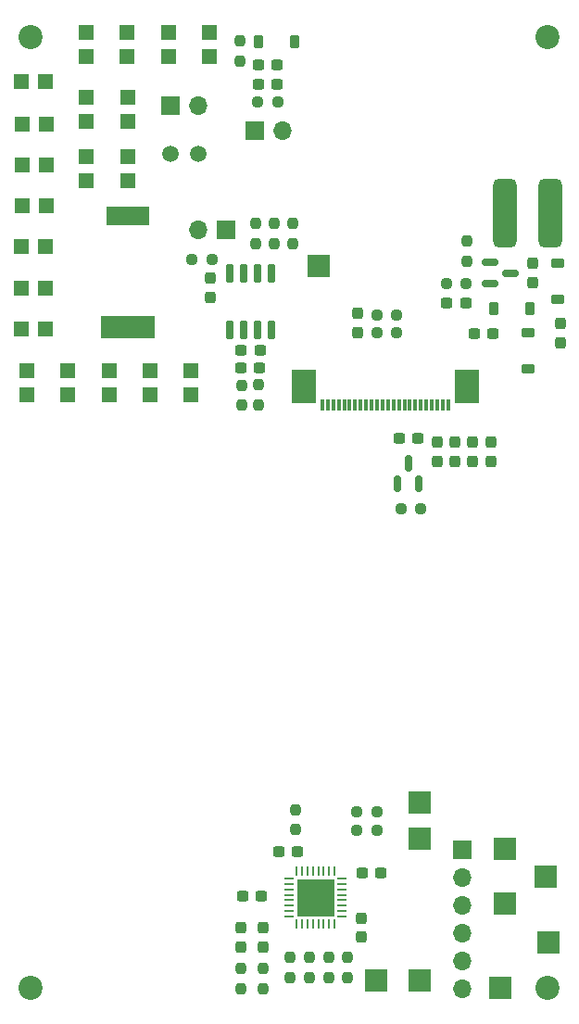
<source format=gbr>
%TF.GenerationSoftware,KiCad,Pcbnew,8.0.2*%
%TF.CreationDate,2025-02-23T19:39:25-05:00*%
%TF.ProjectId,Ecardz-Proto,45636172-647a-42d5-9072-6f746f2e6b69,rev?*%
%TF.SameCoordinates,Original*%
%TF.FileFunction,Soldermask,Top*%
%TF.FilePolarity,Negative*%
%FSLAX46Y46*%
G04 Gerber Fmt 4.6, Leading zero omitted, Abs format (unit mm)*
G04 Created by KiCad (PCBNEW 8.0.2) date 2025-02-23 19:39:25*
%MOMM*%
%LPD*%
G01*
G04 APERTURE LIST*
G04 Aperture macros list*
%AMRoundRect*
0 Rectangle with rounded corners*
0 $1 Rounding radius*
0 $2 $3 $4 $5 $6 $7 $8 $9 X,Y pos of 4 corners*
0 Add a 4 corners polygon primitive as box body*
4,1,4,$2,$3,$4,$5,$6,$7,$8,$9,$2,$3,0*
0 Add four circle primitives for the rounded corners*
1,1,$1+$1,$2,$3*
1,1,$1+$1,$4,$5*
1,1,$1+$1,$6,$7*
1,1,$1+$1,$8,$9*
0 Add four rect primitives between the rounded corners*
20,1,$1+$1,$2,$3,$4,$5,0*
20,1,$1+$1,$4,$5,$6,$7,0*
20,1,$1+$1,$6,$7,$8,$9,0*
20,1,$1+$1,$8,$9,$2,$3,0*%
G04 Aperture macros list end*
%ADD10RoundRect,0.237500X0.237500X-0.250000X0.237500X0.250000X-0.237500X0.250000X-0.237500X-0.250000X0*%
%ADD11RoundRect,0.237500X0.250000X0.237500X-0.250000X0.237500X-0.250000X-0.237500X0.250000X-0.237500X0*%
%ADD12R,5.000000X2.000000*%
%ADD13R,4.000000X1.700000*%
%ADD14RoundRect,0.225000X0.225000X0.375000X-0.225000X0.375000X-0.225000X-0.375000X0.225000X-0.375000X0*%
%ADD15C,2.200000*%
%ADD16R,1.700000X1.700000*%
%ADD17O,1.700000X1.700000*%
%ADD18RoundRect,0.237500X-0.300000X-0.237500X0.300000X-0.237500X0.300000X0.237500X-0.300000X0.237500X0*%
%ADD19R,1.400000X1.400000*%
%ADD20RoundRect,0.225000X0.375000X-0.225000X0.375000X0.225000X-0.375000X0.225000X-0.375000X-0.225000X0*%
%ADD21RoundRect,0.237500X-0.237500X0.300000X-0.237500X-0.300000X0.237500X-0.300000X0.237500X0.300000X0*%
%ADD22RoundRect,0.237500X-0.250000X-0.237500X0.250000X-0.237500X0.250000X0.237500X-0.250000X0.237500X0*%
%ADD23R,2.000000X2.000000*%
%ADD24RoundRect,0.237500X0.300000X0.237500X-0.300000X0.237500X-0.300000X-0.237500X0.300000X-0.237500X0*%
%ADD25RoundRect,0.237500X0.237500X-0.300000X0.237500X0.300000X-0.237500X0.300000X-0.237500X-0.300000X0*%
%ADD26RoundRect,0.150000X0.150000X-0.587500X0.150000X0.587500X-0.150000X0.587500X-0.150000X-0.587500X0*%
%ADD27RoundRect,0.150000X-0.587500X-0.150000X0.587500X-0.150000X0.587500X0.150000X-0.587500X0.150000X0*%
%ADD28RoundRect,0.237500X-0.237500X0.250000X-0.237500X-0.250000X0.237500X-0.250000X0.237500X0.250000X0*%
%ADD29RoundRect,0.225000X-0.225000X-0.375000X0.225000X-0.375000X0.225000X0.375000X-0.225000X0.375000X0*%
%ADD30RoundRect,0.237500X0.237500X-0.287500X0.237500X0.287500X-0.237500X0.287500X-0.237500X-0.287500X0*%
%ADD31RoundRect,0.062500X-0.375000X-0.062500X0.375000X-0.062500X0.375000X0.062500X-0.375000X0.062500X0*%
%ADD32RoundRect,0.062500X-0.062500X-0.375000X0.062500X-0.375000X0.062500X0.375000X-0.062500X0.375000X0*%
%ADD33R,3.450000X3.450000*%
%ADD34RoundRect,0.150000X0.150000X-0.725000X0.150000X0.725000X-0.150000X0.725000X-0.150000X-0.725000X0*%
%ADD35C,1.500000*%
%ADD36RoundRect,0.537500X0.537500X2.612500X-0.537500X2.612500X-0.537500X-2.612500X0.537500X-2.612500X0*%
%ADD37R,0.300000X1.100000*%
%ADD38R,2.300000X3.100000*%
G04 APERTURE END LIST*
D10*
%TO.C,R8*%
X453878478Y-69394022D03*
X453878478Y-67569022D03*
%TD*%
%TO.C,R4*%
X470041522Y-3940978D03*
X470041522Y-2115978D03*
%TD*%
D11*
%TO.C,R10*%
X452735000Y10640000D03*
X450910000Y10640000D03*
%TD*%
D12*
%TO.C,C8*%
X438987500Y-9941961D03*
D13*
X438987500Y208039D03*
%TD*%
D10*
%TO.C,R12*%
X454378478Y-55894022D03*
X454378478Y-54069022D03*
%TD*%
D14*
%TO.C,D3*%
X475791522Y-8278478D03*
X472491522Y-8278478D03*
%TD*%
D15*
%TO.C,H1*%
X477400000Y-70310000D03*
%TD*%
D16*
%TO.C,J5*%
X447975000Y-1100000D03*
D17*
X445435000Y-1100000D03*
%TD*%
D18*
%TO.C,C5*%
X463837500Y-20100000D03*
X465562500Y-20100000D03*
%TD*%
D19*
%TO.C,C27*%
X437332500Y-13930000D03*
X437332500Y-16130000D03*
%TD*%
D20*
%TO.C,D2*%
X475641522Y-13778478D03*
X475641522Y-10478478D03*
%TD*%
D21*
%TO.C,C11*%
X478541522Y-9665978D03*
X478541522Y-11390978D03*
%TD*%
D22*
%TO.C,R21*%
X444887500Y-3800000D03*
X446712500Y-3800000D03*
%TD*%
D19*
%TO.C,C24*%
X442710000Y14750000D03*
X442710000Y16950000D03*
%TD*%
D21*
%TO.C,C2*%
X470500000Y-20500000D03*
X470500000Y-22225000D03*
%TD*%
D10*
%TO.C,R19*%
X449470000Y-17092500D03*
X449470000Y-15267500D03*
%TD*%
D23*
%TO.C,TP5*%
X473450000Y-57670000D03*
%TD*%
D19*
%TO.C,C26*%
X439000000Y11060000D03*
X439000000Y8860000D03*
%TD*%
D24*
%TO.C,C19*%
X462140978Y-59831522D03*
X460415978Y-59831522D03*
%TD*%
D16*
%TO.C,J1*%
X442890000Y10250000D03*
D17*
X445430000Y10250000D03*
%TD*%
D10*
%TO.C,R16*%
X457378478Y-69394022D03*
X457378478Y-67569022D03*
%TD*%
D19*
%TO.C,C31*%
X441032500Y-13930000D03*
X441032500Y-16130000D03*
%TD*%
%TO.C,C25*%
X429832500Y-13930000D03*
X429832500Y-16130000D03*
%TD*%
%TO.C,C23*%
X431572500Y1090000D03*
X429372500Y1090000D03*
%TD*%
D15*
%TO.C,H4*%
X430100000Y16539939D03*
%TD*%
D11*
%TO.C,R9*%
X465812500Y-26537500D03*
X463987500Y-26537500D03*
%TD*%
D19*
%TO.C,C23*%
X431522500Y-10140000D03*
X429322500Y-10140000D03*
%TD*%
D18*
%TO.C,C12*%
X450947500Y12240000D03*
X452672500Y12240000D03*
%TD*%
D19*
%TO.C,C30*%
X435210000Y11050000D03*
X435210000Y8850000D03*
%TD*%
D11*
%TO.C,R3*%
X463612500Y-8900000D03*
X461787500Y-8900000D03*
%TD*%
D23*
%TO.C,TP6*%
X473100000Y-70370000D03*
%TD*%
D15*
%TO.C,H3*%
X430100000Y-70310000D03*
%TD*%
D10*
%TO.C,R7*%
X455628478Y-69394022D03*
X455628478Y-67569022D03*
%TD*%
D25*
%TO.C,C9*%
X460000000Y-10462500D03*
X460000000Y-8737500D03*
%TD*%
D16*
%TO.C,J4*%
X450610000Y7940000D03*
D17*
X453150000Y7940000D03*
%TD*%
D24*
%TO.C,C21*%
X451092500Y-12120000D03*
X449367500Y-12120000D03*
%TD*%
D26*
%TO.C,Q2*%
X463700000Y-24300000D03*
X465600000Y-24300000D03*
X464650000Y-22425000D03*
%TD*%
D19*
%TO.C,C30*%
X431522500Y-2640000D03*
X429322500Y-2640000D03*
%TD*%
D11*
%TO.C,R2*%
X463600000Y-10500000D03*
X461775000Y-10500000D03*
%TD*%
D19*
%TO.C,C29*%
X446510000Y14790000D03*
X446510000Y16990000D03*
%TD*%
D27*
%TO.C,Q1*%
X472104022Y-4078478D03*
X472104022Y-5978478D03*
X473979022Y-5028478D03*
%TD*%
D24*
%TO.C,C20*%
X451057500Y-13705000D03*
X449332500Y-13705000D03*
%TD*%
D19*
%TO.C,C30*%
X431572500Y8590000D03*
X429372500Y8590000D03*
%TD*%
D28*
%TO.C,R20*%
X450700000Y-487500D03*
X450700000Y-2312500D03*
%TD*%
D21*
%TO.C,C13*%
X476041522Y-4165978D03*
X476041522Y-5890978D03*
%TD*%
D23*
%TO.C,TP11*%
X465690000Y-53420000D03*
%TD*%
D21*
%TO.C,C1*%
X472175000Y-20500000D03*
X472175000Y-22225000D03*
%TD*%
D15*
%TO.C,H2*%
X477400000Y16490000D03*
%TD*%
D28*
%TO.C,R13*%
X449378478Y-68569022D03*
X449378478Y-70394022D03*
%TD*%
D29*
%TO.C,D4*%
X450960000Y16140000D03*
X454260000Y16140000D03*
%TD*%
D21*
%TO.C,C6*%
X468925000Y-20500000D03*
X468925000Y-22225000D03*
%TD*%
D30*
%TO.C,D5*%
X451378478Y-66606522D03*
X451378478Y-64856522D03*
%TD*%
D18*
%TO.C,C10*%
X450947500Y13990000D03*
X452672500Y13990000D03*
%TD*%
D19*
%TO.C,C30*%
X435220000Y5640000D03*
X435220000Y3440000D03*
%TD*%
D22*
%TO.C,R15*%
X459965978Y-55981522D03*
X461790978Y-55981522D03*
%TD*%
D28*
%TO.C,R5*%
X452400000Y-487500D03*
X452400000Y-2312500D03*
%TD*%
D23*
%TO.C,TP2*%
X473450000Y-62670000D03*
%TD*%
D31*
%TO.C,U1*%
X453740978Y-60331522D03*
X453740978Y-60831522D03*
X453740978Y-61331522D03*
X453740978Y-61831522D03*
X453740978Y-62331522D03*
X453740978Y-62831522D03*
X453740978Y-63331522D03*
X453740978Y-63831522D03*
D32*
X454428478Y-64519022D03*
X454928478Y-64519022D03*
X455428478Y-64519022D03*
X455928478Y-64519022D03*
X456428478Y-64519022D03*
X456928478Y-64519022D03*
X457428478Y-64519022D03*
X457928478Y-64519022D03*
D31*
X458615978Y-63831522D03*
X458615978Y-63331522D03*
X458615978Y-62831522D03*
X458615978Y-62331522D03*
X458615978Y-61831522D03*
X458615978Y-61331522D03*
X458615978Y-60831522D03*
X458615978Y-60331522D03*
D32*
X457928478Y-59644022D03*
X457428478Y-59644022D03*
X456928478Y-59644022D03*
X456428478Y-59644022D03*
X455928478Y-59644022D03*
X455428478Y-59644022D03*
X454928478Y-59644022D03*
X454428478Y-59644022D03*
D33*
X456178478Y-62081522D03*
%TD*%
D23*
%TO.C,TP9*%
X456500000Y-4400000D03*
%TD*%
D19*
%TO.C,C32*%
X444782500Y-13930000D03*
X444782500Y-16130000D03*
%TD*%
D23*
%TO.C,TP1*%
X477200000Y-60170000D03*
%TD*%
D10*
%TO.C,R25*%
X449310000Y14327500D03*
X449310000Y16152500D03*
%TD*%
D23*
%TO.C,TP12*%
X465690000Y-56670000D03*
%TD*%
D19*
%TO.C,C34*%
X433532500Y-13930000D03*
X433532500Y-16130000D03*
%TD*%
D20*
%TO.C,D1*%
X478291522Y-7428478D03*
X478291522Y-4128478D03*
%TD*%
D11*
%TO.C,R1*%
X469954022Y-6028478D03*
X468129022Y-6028478D03*
%TD*%
%TO.C,R14*%
X461790978Y-54231522D03*
X459965978Y-54231522D03*
%TD*%
D28*
%TO.C,R17*%
X459128478Y-67569022D03*
X459128478Y-69394022D03*
%TD*%
D19*
%TO.C,C33*%
X438960000Y14750000D03*
X438960000Y16950000D03*
%TD*%
D30*
%TO.C,D6*%
X449378478Y-66606522D03*
X449378478Y-64856522D03*
%TD*%
D23*
%TO.C,TP13*%
X465690000Y-69670000D03*
%TD*%
D34*
%TO.C,IC1*%
X448332500Y-10190000D03*
X449602500Y-10190000D03*
X450872500Y-10190000D03*
X452142500Y-10190000D03*
X452142500Y-5040000D03*
X450872500Y-5040000D03*
X449602500Y-5040000D03*
X448332500Y-5040000D03*
%TD*%
D19*
%TO.C,C26*%
X431522500Y-6390000D03*
X429322500Y-6390000D03*
%TD*%
D35*
%TO.C,TP4*%
X445442385Y5881454D03*
%TD*%
D28*
%TO.C,R6*%
X454100000Y-487500D03*
X454100000Y-2312500D03*
%TD*%
D19*
%TO.C,C26*%
X439010000Y5650000D03*
X439010000Y3450000D03*
%TD*%
D21*
%TO.C,C15*%
X446559022Y-5517939D03*
X446559022Y-7242939D03*
%TD*%
D24*
%TO.C,C4*%
X454552500Y-57920000D03*
X452827500Y-57920000D03*
%TD*%
D36*
%TO.C,L1*%
X477616522Y471522D03*
X473466522Y471522D03*
%TD*%
D18*
%TO.C,C17*%
X449515978Y-61981522D03*
X451240978Y-61981522D03*
%TD*%
D16*
%TO.C,J3*%
X469600000Y-57710000D03*
D17*
X469600000Y-60250000D03*
X469600000Y-62790000D03*
X469600000Y-65330000D03*
X469600000Y-67870000D03*
X469600000Y-70410000D03*
%TD*%
D21*
%TO.C,C7*%
X467325000Y-20500000D03*
X467325000Y-22225000D03*
%TD*%
D24*
%TO.C,C3*%
X469904022Y-7778478D03*
X468179022Y-7778478D03*
%TD*%
D35*
%TO.C,TP8*%
X442902385Y5881454D03*
%TD*%
D25*
%TO.C,C18*%
X460378478Y-65706522D03*
X460378478Y-63981522D03*
%TD*%
D28*
%TO.C,R11*%
X451378478Y-68569022D03*
X451378478Y-70394022D03*
%TD*%
D24*
%TO.C,C16*%
X472404022Y-10528478D03*
X470679022Y-10528478D03*
%TD*%
D19*
%TO.C,C28*%
X435210000Y14750000D03*
X435210000Y16950000D03*
%TD*%
D23*
%TO.C,TP14*%
X461690000Y-69670000D03*
%TD*%
D19*
%TO.C,C23*%
X431502500Y12450000D03*
X429302500Y12450000D03*
%TD*%
D23*
%TO.C,TP3*%
X477450000Y-66170000D03*
%TD*%
D10*
%TO.C,R18*%
X451000000Y-17082500D03*
X451000000Y-15257500D03*
%TD*%
D19*
%TO.C,C26*%
X431572500Y4840000D03*
X429372500Y4840000D03*
%TD*%
D37*
%TO.C,J2*%
X468301522Y-17093478D03*
X467801522Y-17093478D03*
X467301522Y-17093478D03*
X466801522Y-17093478D03*
X466301522Y-17093478D03*
X465801522Y-17093478D03*
X465301522Y-17093478D03*
X464801522Y-17093478D03*
X464301522Y-17093478D03*
X463801522Y-17093478D03*
X463301522Y-17093478D03*
X462801522Y-17093478D03*
X462301522Y-17093478D03*
X461801522Y-17093478D03*
X461301522Y-17093478D03*
X460801522Y-17093478D03*
X460301522Y-17093478D03*
X459801522Y-17093478D03*
X459301522Y-17093478D03*
X458801522Y-17093478D03*
X458301522Y-17093478D03*
X457801522Y-17093478D03*
X457301522Y-17093478D03*
X456801522Y-17093478D03*
D38*
X469971522Y-15393478D03*
X455131522Y-15393478D03*
%TD*%
M02*

</source>
